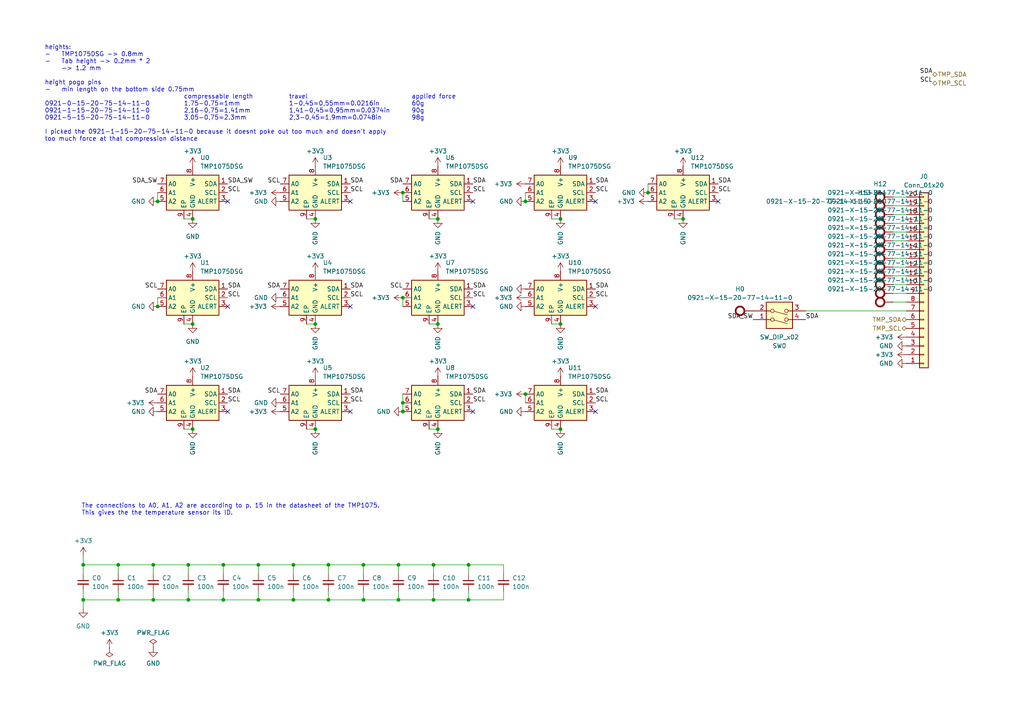
<source format=kicad_sch>
(kicad_sch (version 20231120) (generator "eeschema") (generator_version "8.0")
  (paper "A4")
  (lib_symbols
    (symbol "Connector_Generic:Conn_01x20" (pin_names (offset 1.016) hide)
      (property "Reference" "J" (at 0 25.4 0))
      (property "Value" "Conn_01x20" (at 0 -27.94 0))
      (symbol "Conn_01x20_1_1"
        (rectangle (start -1.27 -25.273) (end 0 -25.527) (stroke (width 0.1524)))
        (rectangle (start -1.27 -22.733) (end 0 -22.987) (stroke (width 0.1524)))
        (rectangle (start -1.27 -20.193) (end 0 -20.447) (stroke (width 0.1524)))
        (rectangle (start -1.27 -17.653) (end 0 -17.907) (stroke (width 0.1524)))
        (rectangle (start -1.27 -15.113) (end 0 -15.367) (stroke (width 0.1524)))
        (rectangle (start -1.27 -12.573) (end 0 -12.827) (stroke (width 0.1524)))
        (rectangle (start -1.27 -10.033) (end 0 -10.287) (stroke (width 0.1524)))
        (rectangle (start -1.27 -7.493) (end 0 -7.747) (stroke (width 0.1524)))
        (rectangle (start -1.27 -4.953) (end 0 -5.207) (stroke (width 0.1524)))
        (rectangle (start -1.27 -2.413) (end 0 -2.667) (stroke (width 0.1524)))
        (rectangle (start -1.27 0.127) (end 0 -0.127) (stroke (width 0.1524)))
        (rectangle (start -1.27 2.667) (end 0 2.413) (stroke (width 0.1524)))
        (rectangle (start -1.27 5.207) (end 0 4.953) (stroke (width 0.1524)))
        (rectangle (start -1.27 7.747) (end 0 7.493) (stroke (width 0.1524)))
        (rectangle (start -1.27 10.287) (end 0 10.033) (stroke (width 0.1524)))
        (rectangle (start -1.27 12.827) (end 0 12.573) (stroke (width 0.1524)))
        (rectangle (start -1.27 15.367) (end 0 15.113) (stroke (width 0.1524)))
        (rectangle (start -1.27 17.907) (end 0 17.653) (stroke (width 0.1524)))
        (rectangle (start -1.27 20.447) (end 0 20.193) (stroke (width 0.1524)))
        (rectangle (start -1.27 22.987) (end 0 22.733) (stroke (width 0.1524)))
        (rectangle (start -1.27 24.13) (end 1.27 -26.67) (stroke (width 0.254)) (fill (type background)))
        (pin passive line (at -5.08 22.86 0) (length 3.81) (name "Pin_1") (number "1"))
        (pin passive line (at -5.08 0 0) (length 3.81) (name "Pin_10") (number "10"))
        (pin passive line (at -5.08 -2.54 0) (length 3.81) (name "Pin_11") (number "11"))
        (pin passive line (at -5.08 -5.08 0) (length 3.81) (name "Pin_12") (number "12"))
        (pin passive line (at -5.08 -7.62 0) (length 3.81) (name "Pin_13") (number "13"))
        (pin passive line (at -5.08 -10.16 0) (length 3.81) (name "Pin_14") (number "14"))
        (pin passive line (at -5.08 -12.7 0) (length 3.81) (name "Pin_15") (number "15"))
        (pin passive line (at -5.08 -15.24 0) (length 3.81) (name "Pin_16") (number "16"))
        (pin passive line (at -5.08 -17.78 0) (length 3.81) (name "Pin_17") (number "17"))
        (pin passive line (at -5.08 -20.32 0) (length 3.81) (name "Pin_18") (number "18"))
        (pin passive line (at -5.08 -22.86 0) (length 3.81) (name "Pin_19") (number "19"))
        (pin passive line (at -5.08 20.32 0) (length 3.81) (name "Pin_2") (number "2"))
        (pin passive line (at -5.08 -25.4 0) (length 3.81) (name "Pin_20") (number "20"))
        (pin passive line (at -5.08 17.78 0) (length 3.81) (name "Pin_3") (number "3"))
        (pin passive line (at -5.08 15.24 0) (length 3.81) (name "Pin_4") (number "4"))
        (pin passive line (at -5.08 12.7 0) (length 3.81) (name "Pin_5") (number "5"))
        (pin passive line (at -5.08 10.16 0) (length 3.81) (name "Pin_6") (number "6"))
        (pin passive line (at -5.08 7.62 0) (length 3.81) (name "Pin_7") (number "7"))
        (pin passive line (at -5.08 5.08 0) (length 3.81) (name "Pin_8") (number "8"))
        (pin passive line (at -5.08 2.54 0) (length 3.81) (name "Pin_9") (number "9"))
      )
    )
    (symbol "Device:C_Small" (pin_numbers hide) (pin_names (offset 0.254) hide)
      (property "Reference" "C" (at 0.254 1.778 0))
      (property "Value" "C_Small" (at 0.254 -2.032 0))
      (symbol "C_Small_0_1"
        (polyline (pts (xy -1.524 -0.508) (xy 1.524 -0.508)) (stroke (width 0.3302)))
        (polyline (pts (xy -1.524 0.508) (xy 1.524 0.508)) (stroke (width 0.3048)))
      )
      (symbol "C_Small_1_1"
        (pin passive line (at 0 2.54 270) (length 2.032) (name "~") (number "1"))
        (pin passive line (at 0 -2.54 90) (length 2.032) (name "~") (number "2"))
      )
    )
    (symbol "MV_Abnehmerplatine:0921-X-XX-20-7X-14-11-0" (pin_numbers hide) (pin_names (offset 1.016) hide) (exclude_from_sim yes) (in_bom no)
      (property "Reference" "H" (at 0 6.35 0))
      (property "Value" "0921-X-15-20-77-14-11-0" (at 0 4.445 0))
      (symbol "0921-X-XX-20-7X-14-11-0_1_1"
        (circle (center 0 1.27) (radius 1.27) (stroke (width 0.5)))
        (pin input line (at 0 -2.54 90) (length 2.54) (name "1") (number "1"))
      )
    )
    (symbol "Sensor_Temperature:TMP1075DSG"
      (property "Reference" "U" (at -6.35 6.35 0))
      (property "Value" "TMP1075DSG" (at 6.35 6.35 0))
      (symbol "TMP1075DSG_0_1"
        (rectangle (start -7.62 5.08) (end 7.62 -5.08) (stroke (width 0.254)) (fill (type background)))
      )
      (symbol "TMP1075DSG_1_1"
        (pin bidirectional line (at 10.16 2.54 180) (length 2.54) (name "SDA") (number "1"))
        (pin input line (at 10.16 0 180) (length 2.54) (name "SCL") (number "2"))
        (pin open_collector line (at 10.16 -2.54 180) (length 2.54) (name "ALERT") (number "3"))
        (pin power_in line (at 0 -7.62 90) (length 2.54) (name "GND") (number "4"))
        (pin input line (at -10.16 -2.54 0) (length 2.54) (name "A2") (number "5"))
        (pin input line (at -10.16 0 0) (length 2.54) (name "A1") (number "6"))
        (pin input line (at -10.16 2.54 0) (length 2.54) (name "A0") (number "7"))
        (pin power_in line (at 0 7.62 270) (length 2.54) (name "V+") (number "8"))
        (pin passive line (at -2.54 -7.62 90) (length 2.54) (name "EP") (number "9"))
      )
    )
    (symbol "Switch:SW_DIP_x02" (pin_names (offset 0) hide)
      (property "Reference" "SW" (at 0 6.35 0))
      (property "Value" "SW_DIP_x02" (at 0 -3.81 0))
      (symbol "SW_DIP_x02_0_0"
        (circle (center -2.032 0) (radius 0.508))
        (circle (center -2.032 2.54) (radius 0.508))
        (polyline (pts (xy -1.524 0.127) (xy 2.3622 1.1684)))
        (polyline (pts (xy -1.524 2.667) (xy 2.3622 3.7084)))
        (circle (center 2.032 0) (radius 0.508))
        (circle (center 2.032 2.54) (radius 0.508))
      )
      (symbol "SW_DIP_x02_0_1"
        (rectangle (start -3.81 5.08) (end 3.81 -2.54) (stroke (width 0.254)) (fill (type background)))
      )
      (symbol "SW_DIP_x02_1_1"
        (pin passive line (at -7.62 2.54 0) (length 5.08) (name "~") (number "1"))
        (pin passive line (at -7.62 0 0) (length 5.08) (name "~") (number "2"))
        (pin passive line (at 7.62 0 180) (length 5.08) (name "~") (number "3"))
        (pin passive line (at 7.62 2.54 180) (length 5.08) (name "~") (number "4"))
      )
    )
    (symbol "power:+3V3" (power) (pin_numbers hide) (pin_names (offset 0) hide)
      (property "Value" "+3V3" (at 0 3.556 0))
      (symbol "+3V3_0_1"
        (polyline (pts (xy -0.762 1.27) (xy 0 2.54)))
        (polyline (pts (xy 0 0) (xy 0 2.54)))
        (polyline (pts (xy 0 2.54) (xy 0.762 1.27)))
      )
      (symbol "+3V3_1_1"
        (pin power_in line (at 0 0 90) (length 0) (name "~") (number "1"))
      )
    )
    (symbol "power:GND" (power) (pin_numbers hide) (pin_names (offset 0) hide)
      (property "Value" "GND" (at 0 -3.81 0))
      (symbol "GND_0_1"
        (polyline (pts (xy 0 0) (xy 0 -1.27) (xy 1.27 -1.27) (xy 0 -2.54) (xy -1.27 -1.27) (xy 0 -1.27)))
      )
      (symbol "GND_1_1"
        (pin power_in line (at 0 0 270) (length 0) (name "~") (number "1"))
      )
    )
    (symbol "power:PWR_FLAG" (power) (pin_numbers hide) (pin_names (offset 0) hide)
      (property "Value" "PWR_FLAG" (at 0 3.81 0))
      (symbol "PWR_FLAG_0_0"
        (pin power_out line (at 0 0 90) (length 0) (name "~") (number "1"))
      )
      (symbol "PWR_FLAG_0_1"
        (polyline (pts (xy 0 0) (xy 0 1.27) (xy -1.016 1.905) (xy 0 2.54) (xy 1.016 1.905) (xy 0 1.27)))
      )
    )
  )
  (junction (at 152.4 58.42))
  (junction (at 55.88 93.98))
  (junction (at 55.88 124.46))
  (junction (at 162.56 63.5))
  (junction (at 24.13 163.83))
  (junction (at 64.77 163.83))
  (junction (at 45.72 58.42))
  (junction (at 95.25 173.99))
  (junction (at 44.45 163.83))
  (junction (at 44.45 173.99))
  (junction (at 105.41 173.99))
  (junction (at 115.57 173.99))
  (junction (at 91.44 63.5))
  (junction (at 91.44 93.98))
  (junction (at 91.44 124.46))
  (junction (at 125.73 163.83))
  (junction (at 74.93 173.99))
  (junction (at 162.56 93.98))
  (junction (at 85.09 173.99))
  (junction (at 74.93 163.83))
  (junction (at 105.41 163.83))
  (junction (at 116.84 55.88))
  (junction (at 54.61 163.83))
  (junction (at 116.84 116.84))
  (junction (at 116.84 86.36))
  (junction (at 64.77 173.99))
  (junction (at 34.29 163.83))
  (junction (at 45.72 88.9))
  (junction (at 187.96 55.88))
  (junction (at 54.61 173.99))
  (junction (at 34.29 173.99))
  (junction (at 135.89 163.83))
  (junction (at 24.13 173.99))
  (junction (at 116.84 119.38))
  (junction (at 152.4 114.3))
  (junction (at 85.09 163.83))
  (junction (at 127 63.5))
  (junction (at 162.56 124.46))
  (junction (at 127 93.98))
  (junction (at 135.89 173.99))
  (junction (at 95.25 163.83))
  (junction (at 125.73 173.99))
  (junction (at 127 124.46))
  (junction (at 115.57 163.83))
  (junction (at 198.12 63.5))
  (junction (at 55.88 63.5))
  (no_connect (at 208.28 58.42))
  (no_connect (at 101.6 119.38))
  (no_connect (at 172.72 119.38))
  (no_connect (at 172.72 58.42))
  (no_connect (at 66.04 58.42))
  (no_connect (at 172.72 88.9))
  (no_connect (at 66.04 88.9))
  (no_connect (at 137.16 88.9))
  (no_connect (at 137.16 119.38))
  (no_connect (at 101.6 88.9))
  (no_connect (at 137.16 58.42))
  (no_connect (at 101.6 58.42))
  (no_connect (at 66.04 119.38))
  (wire (pts (xy 259.08 77.47) (xy 262.89 77.47)))
  (wire (pts (xy 146.05 171.45) (xy 146.05 173.99)))
  (wire (pts (xy 54.61 173.99) (xy 44.45 173.99)))
  (wire (pts (xy 88.9 93.98) (xy 91.44 93.98)))
  (wire (pts (xy 233.68 90.17) (xy 262.89 90.17)))
  (wire (pts (xy 34.29 166.37) (xy 34.29 163.83)))
  (wire (pts (xy 64.77 173.99) (xy 54.61 173.99)))
  (wire (pts (xy 74.93 173.99) (xy 64.77 173.99)))
  (wire (pts (xy 105.41 173.99) (xy 95.25 173.99)))
  (wire (pts (xy 95.25 173.99) (xy 85.09 173.99)))
  (wire (pts (xy 259.08 80.01) (xy 262.89 80.01)))
  (wire (pts (xy 24.13 161.29) (xy 24.13 163.83)))
  (wire (pts (xy 105.41 171.45) (xy 105.41 173.99)))
  (wire (pts (xy 115.57 171.45) (xy 115.57 173.99)))
  (wire (pts (xy 125.73 163.83) (xy 125.73 166.37)))
  (wire (pts (xy 146.05 163.83) (xy 146.05 166.37)))
  (wire (pts (xy 259.08 57.15) (xy 262.89 57.15)))
  (wire (pts (xy 259.08 62.23) (xy 262.89 62.23)))
  (wire (pts (xy 53.34 63.5) (xy 55.88 63.5)))
  (wire (pts (xy 34.29 173.99) (xy 24.13 173.99)))
  (wire (pts (xy 34.29 163.83) (xy 44.45 163.83)))
  (wire (pts (xy 259.08 72.39) (xy 262.89 72.39)))
  (wire (pts (xy 125.73 173.99) (xy 115.57 173.99)))
  (wire (pts (xy 74.93 163.83) (xy 74.93 166.37)))
  (wire (pts (xy 195.58 63.5) (xy 198.12 63.5)))
  (wire (pts (xy 54.61 171.45) (xy 54.61 173.99)))
  (wire (pts (xy 44.45 163.83) (xy 44.45 166.37)))
  (wire (pts (xy 85.09 171.45) (xy 85.09 173.99)))
  (wire (pts (xy 152.4 114.3) (xy 152.4 116.84)))
  (wire (pts (xy 53.34 93.98) (xy 55.88 93.98)))
  (wire (pts (xy 95.25 171.45) (xy 95.25 173.99)))
  (wire (pts (xy 124.46 93.98) (xy 127 93.98)))
  (wire (pts (xy 116.84 114.3) (xy 116.84 116.84)))
  (wire (pts (xy 85.09 173.99) (xy 74.93 173.99)))
  (wire (pts (xy 85.09 163.83) (xy 95.25 163.83)))
  (wire (pts (xy 64.77 163.83) (xy 74.93 163.83)))
  (wire (pts (xy 74.93 163.83) (xy 85.09 163.83)))
  (wire (pts (xy 259.08 85.09) (xy 262.89 85.09)))
  (wire (pts (xy 115.57 163.83) (xy 115.57 166.37)))
  (wire (pts (xy 45.72 86.36) (xy 45.72 88.9)))
  (wire (pts (xy 135.89 173.99) (xy 125.73 173.99)))
  (wire (pts (xy 105.41 163.83) (xy 115.57 163.83)))
  (wire (pts (xy 135.89 171.45) (xy 135.89 173.99)))
  (wire (pts (xy 24.13 163.83) (xy 34.29 163.83)))
  (wire (pts (xy 64.77 171.45) (xy 64.77 173.99)))
  (wire (pts (xy 259.08 87.63) (xy 262.89 87.63)))
  (wire (pts (xy 135.89 163.83) (xy 135.89 166.37)))
  (wire (pts (xy 54.61 163.83) (xy 64.77 163.83)))
  (wire (pts (xy 95.25 163.83) (xy 105.41 163.83)))
  (wire (pts (xy 187.96 53.34) (xy 187.96 55.88)))
  (wire (pts (xy 85.09 163.83) (xy 85.09 166.37)))
  (wire (pts (xy 160.02 124.46) (xy 162.56 124.46)))
  (wire (pts (xy 45.72 55.88) (xy 45.72 58.42)))
  (wire (pts (xy 34.29 171.45) (xy 34.29 173.99)))
  (wire (pts (xy 259.08 69.85) (xy 262.89 69.85)))
  (wire (pts (xy 259.08 67.31) (xy 262.89 67.31)))
  (wire (pts (xy 116.84 55.88) (xy 116.84 58.42)))
  (wire (pts (xy 44.45 173.99) (xy 34.29 173.99)))
  (wire (pts (xy 259.08 82.55) (xy 262.89 82.55)))
  (wire (pts (xy 54.61 163.83) (xy 54.61 166.37)))
  (wire (pts (xy 152.4 55.88) (xy 152.4 58.42)))
  (wire (pts (xy 44.45 171.45) (xy 44.45 173.99)))
  (wire (pts (xy 115.57 163.83) (xy 125.73 163.83)))
  (wire (pts (xy 74.93 171.45) (xy 74.93 173.99)))
  (wire (pts (xy 124.46 124.46) (xy 127 124.46)))
  (wire (pts (xy 135.89 163.83) (xy 146.05 163.83)))
  (wire (pts (xy 160.02 93.98) (xy 162.56 93.98)))
  (wire (pts (xy 259.08 74.93) (xy 262.89 74.93)))
  (wire (pts (xy 115.57 173.99) (xy 105.41 173.99)))
  (wire (pts (xy 259.08 64.77) (xy 262.89 64.77)))
  (wire (pts (xy 125.73 171.45) (xy 125.73 173.99)))
  (wire (pts (xy 116.84 86.36) (xy 116.84 88.9)))
  (wire (pts (xy 259.08 59.69) (xy 262.89 59.69)))
  (wire (pts (xy 124.46 63.5) (xy 127 63.5)))
  (wire (pts (xy 24.13 171.45) (xy 24.13 173.99)))
  (wire (pts (xy 24.13 163.83) (xy 24.13 166.37)))
  (wire (pts (xy 64.77 163.83) (xy 64.77 166.37)))
  (wire (pts (xy 88.9 63.5) (xy 91.44 63.5)))
  (wire (pts (xy 95.25 166.37) (xy 95.25 163.83)))
  (wire (pts (xy 146.05 173.99) (xy 135.89 173.99)))
  (wire (pts (xy 88.9 124.46) (xy 91.44 124.46)))
  (wire (pts (xy 160.02 63.5) (xy 162.56 63.5)))
  (wire (pts (xy 105.41 163.83) (xy 105.41 166.37)))
  (wire (pts (xy 53.34 124.46) (xy 55.88 124.46)))
  (wire (pts (xy 44.45 163.83) (xy 54.61 163.83)))
  (wire (pts (xy 24.13 173.99) (xy 24.13 176.53)))
  (wire (pts (xy 116.84 116.84) (xy 116.84 119.38)))
  (wire (pts (xy 125.73 163.83) (xy 135.89 163.83)))
  (text "heights:\n-	TMP1075DSG -> 0.8mm\n-	Tab height -> 0.2mm * 2\n	-> 1.2 mm\n\nheight pogo pins\n-	min length on the bottom side 0.75mm\n								compressable length		travel						applied force\n0921-0-15-20-75-14-11-0		1,75-0,75=1mm		 	1-0,45=0,55mm=0.0216in		60g\n0921-1-15-20-75-14-11-0		2,16-0,75=1,41mm		1,41-0,45=0,95mm=0.0374in	90g	\n0921-5-15-20-75-14-11-0		3,05-0,75=2.3mm			2,3-0,45=1,9mm=0.0748in		98g\n\nI picked the 0921-1-15-20-75-14-11-0 because it doesnt poke out too much and doesn't apply\ntoo much force at that compression distance" (at 12.954 13.081 0) (effects (font (size 1.27 1.27)) (justify left top)))
  (text "The connections to A0, A1, A2 are according to p. 15 in the datasheet of the TMP1075. \nThis gives the the temperature sensor its ID. " (at 23.622 147.828 0) (effects (font (size 1.27 1.27)) (justify left)))
  (label "SDA" (at 208.28 53.34 0))
  (label "SDA_SW" (at 45.72 53.34 180))
  (label "SCL" (at 137.16 116.84 0))
  (label "SDA" (at 172.72 53.34 0))
  (label "SDA_SW" (at 66.04 53.34 0))
  (label "SCL" (at 101.6 55.88 0))
  (label "SDA" (at 81.28 83.82 180))
  (label "SDA" (at 45.72 114.3 180))
  (label "SCL" (at 66.04 55.88 0))
  (label "SCL" (at 270.51 24.13 180))
  (label "SDA" (at 66.04 83.82 0))
  (label "SDA" (at 137.16 53.34 0))
  (label "SCL" (at 137.16 55.88 0))
  (label "SCL" (at 172.72 55.88 0))
  (label "SDA" (at 172.72 114.3 0))
  (label "SCL" (at 81.28 114.3 180))
  (label "SCL" (at 101.6 116.84 0))
  (label "SDA" (at 172.72 83.82 0))
  (label "SDA" (at 116.84 53.34 180))
  (label "SCL" (at 66.04 116.84 0))
  (label "SDA" (at 101.6 114.3 0))
  (label "SCL" (at 66.04 86.36 0))
  (label "SDA" (at 137.16 83.82 0))
  (label "SCL" (at 208.28 55.88 0))
  (label "SDA" (at 137.16 114.3 0))
  (label "SCL" (at 137.16 86.36 0))
  (label "SDA" (at 101.6 53.34 0))
  (label "SDA" (at 270.51 21.59 180))
  (label "SCL" (at 172.72 86.36 0))
  (label "SDA_SW" (at 218.44 92.71 180))
  (label "SDA" (at 101.6 83.82 0))
  (label "SDA" (at 66.04 114.3 0))
  (label "SCL" (at 172.72 116.84 0))
  (label "SDA" (at 233.68 92.71 0))
  (label "SCL" (at 116.84 83.82 180))
  (label "SCL" (at 45.72 83.82 180))
  (label "SCL" (at 81.28 53.34 180))
  (label "SCL" (at 101.6 86.36 0))
  (hierarchical_label "TMP_SCL" (shape bidirectional) (at 270.51 24.13 0))
  (hierarchical_label "TMP_SDA" (shape bidirectional) (at 270.51 21.59 0))
  (hierarchical_label "TMP_SDA" (shape bidirectional) (at 262.89 92.71 180))
  (hierarchical_label "TMP_SCL" (shape bidirectional) (at 262.89 95.25 180))
  (symbol (lib_id "power:GND") (at 24.13 176.53 0) (unit 1)
    (property "Reference" "#PWR01" (effects (hide yes)))
    (property "Value" "GND" (at 24.13 181.61 0))
    (property "Description" "Power symbol creates a global label with name \"GND\" , ground" (effects (hide yes)))
  )
  (symbol (lib_id "power:+3V3") (at 31.75 187.96 0) (mirror y) (unit 1)
    (property "Reference" "#PWR02" (effects (hide yes)))
    (property "Value" "+3V3" (at 31.75 183.515 0))
    (property "Description" "Power symbol creates a global label with name \"+3V3\"" (effects (hide yes)))
  )
  (symbol (lib_id "power:+3V3") (at 91.44 48.26 0) (unit 1)
    (property "Reference" "#PWR020" (effects (hide yes)))
    (property "Value" "+3V3" (at 91.44 43.815 0))
    (property "Description" "Power symbol creates a global label with name \"+3V3\"" (effects (hide yes)))
  )
  (symbol (lib_id "power:+3V3") (at 152.4 53.34 90) (mirror x) (unit 1)
    (property "Reference" "#PWR035" (effects (hide yes)))
    (property "Value" "+3V3" (at 148.59 53.3401 90) (effects (justify left)))
    (property "Description" "Power symbol creates a global label with name \"+3V3\"" (effects (hide yes)))
  )
  (symbol (lib_id "power:+3V3") (at 262.89 97.79 90) (mirror x) (unit 1)
    (property "Reference" "#PWR052" (effects (hide yes)))
    (property "Value" "+3V3" (at 259.08 97.7899 90) (effects (justify left)))
    (property "Description" "Power symbol creates a global label with name \"+3V3\"" (effects (hide yes)))
  )
  (symbol (lib_id "MV_Abnehmerplatine:0921-X-XX-20-7X-14-11-0") (at 256.54 57.15 90) (mirror x) (unit 1) (exclude_from_sim yes) (in_bom no)
    (property "Reference" "H13" (at 252.73 55.8799 90) (effects (justify left)))
    (property "Value" "0921-X-15-20-77-14-11-0" (at 252.73 58.4199 90) (effects (justify left)))
    (property "Footprint" "MV_Abnehmerplatine:0921-1-15-20-75-14-11-0" (effects (hide yes)))
    (property "Datasheet" "https://www.mill-max.com/products/datasheet/pinsrecs/0921-1-15-20-75-14-11-0" (effects (hide yes)))
    (property "Description" "Mounting Hole for Pogo-pins" (effects (hide yes)))
  )
  (symbol (lib_id "Sensor_Temperature:TMP1075DSG") (at 55.88 116.84 0) (unit 1)
    (property "Reference" "U2" (at 58.0741 106.68 0) (effects (justify left)))
    (property "Value" "TMP1075DSG" (at 58.0741 109.22 0) (effects (justify left)))
    (property "Footprint" "Package_SON:WSON-8-1EP_2x2mm_P0.5mm_EP0.9x1.6mm_ThermalVias" (effects (hide yes)))
    (property "Datasheet" "https://www.ti.com/lit/gpn/tmp1075" (effects (hide yes)))
    (property "Description" "I2C-bus digital temperature sensor and thermal watchdog, WSON-8" (effects (hide yes)))
  )
  (symbol (lib_id "power:GND") (at 55.88 124.46 0) (unit 1)
    (property "Reference" "#PWR013" (effects (hide yes)))
    (property "Value" "GND" (at 55.88 132.08 90) (effects (justify left)))
    (property "Description" "Power symbol creates a global label with name \"GND\" , ground" (effects (hide yes)))
  )
  (symbol (lib_id "Sensor_Temperature:TMP1075DSG") (at 162.56 86.36 0) (unit 1)
    (property "Reference" "U10" (at 164.7541 76.2 0) (effects (justify left)))
    (property "Value" "TMP1075DSG" (at 164.7541 78.74 0) (effects (justify left)))
    (property "Footprint" "Package_SON:WSON-8-1EP_2x2mm_P0.5mm_EP0.9x1.6mm_ThermalVias" (effects (hide yes)))
    (property "Datasheet" "https://www.ti.com/lit/gpn/tmp1075" (effects (hide yes)))
    (property "Description" "I2C-bus digital temperature sensor and thermal watchdog, WSON-8" (effects (hide yes)))
  )
  (symbol (lib_id "power:GND") (at 81.28 86.36 270) (mirror x) (unit 1)
    (property "Reference" "#PWR016" (effects (hide yes)))
    (property "Value" "GND" (at 73.66 86.36 90) (effects (justify left)))
    (property "Description" "Power symbol creates a global label with name \"GND\" , ground" (effects (hide yes)))
  )
  (symbol (lib_id "Sensor_Temperature:TMP1075DSG") (at 198.12 55.88 0) (unit 1)
    (property "Reference" "U12" (at 200.3141 45.72 0) (effects (justify left)))
    (property "Value" "TMP1075DSG" (at 200.3141 48.26 0) (effects (justify left)))
    (property "Footprint" "Package_SON:WSON-8-1EP_2x2mm_P0.5mm_EP0.9x1.6mm_ThermalVias" (effects (hide yes)))
    (property "Datasheet" "https://www.ti.com/lit/gpn/tmp1075" (effects (hide yes)))
    (property "Description" "I2C-bus digital temperature sensor and thermal watchdog, WSON-8" (effects (hide yes)))
  )
  (symbol (lib_id "Sensor_Temperature:TMP1075DSG") (at 127 116.84 0) (unit 1)
    (property "Reference" "U8" (at 129.1941 106.68 0) (effects (justify left)))
    (property "Value" "TMP1075DSG" (at 129.1941 109.22 0) (effects (justify left)))
    (property "Footprint" "Package_SON:WSON-8-1EP_2x2mm_P0.5mm_EP0.9x1.6mm_ThermalVias" (effects (hide yes)))
    (property "Datasheet" "https://www.ti.com/lit/gpn/tmp1075" (effects (hide yes)))
    (property "Description" "I2C-bus digital temperature sensor and thermal watchdog, WSON-8" (effects (hide yes)))
  )
  (symbol (lib_id "Device:C_Small") (at 54.61 168.91 0) (unit 1)
    (property "Reference" "C3" (at 57.15 167.6462 0) (effects (justify left)))
    (property "Value" "100n" (at 57.15 170.1862 0) (effects (justify left)))
    (property "Footprint" "Capacitor_SMD:C_0603_1608Metric" (effects (hide yes)))
    (property "Description" "Unpolarized capacitor, small symbol" (effects (hide yes)))
  )
  (symbol (lib_id "MV_Abnehmerplatine:0921-X-XX-20-7X-14-11-0") (at 256.54 67.31 90) (mirror x) (unit 1) (exclude_from_sim yes) (in_bom no)
    (property "Reference" "H9" (at 255.27 60.96 90))
    (property "Value" "0921-X-15-20-77-14-11-0" (at 255.27 63.5 90))
    (property "Footprint" "MV_Abnehmerplatine:0921-1-15-20-75-14-11-0" (effects (hide yes)))
    (property "Datasheet" "https://www.mill-max.com/products/datasheet/pinsrecs/0921-1-15-20-75-14-11-0" (effects (hide yes)))
    (property "Description" "Mounting Hole for Pogo-pins" (effects (hide yes)))
  )
  (symbol (lib_id "power:GND") (at 116.84 119.38 270) (unit 1)
    (property "Reference" "#PWR028" (effects (hide yes)))
    (property "Value" "GND" (at 109.22 119.38 90) (effects (justify left)))
    (property "Description" "Power symbol creates a global label with name \"GND\" , ground" (effects (hide yes)))
  )
  (symbol (lib_id "Switch:SW_DIP_x02") (at 226.06 90.17 0) (mirror x) (unit 1)
    (property "Reference" "SW0" (at 226.06 100.33 0))
    (property "Value" "SW_DIP_x02" (at 226.06 97.79 0))
    (property "Footprint" "Package_DIP:DIP-4_W7.62mm_SMDSocket_SmallPads" (effects (hide yes)))
    (property "Datasheet" "https://www.mouser.de/datasheet/2/307/en-a6s-1224092.pdf" (effects (hide yes)))
    (property "Description" "2x DIP Switch, Single Pole Single Throw (SPST) switch, small symbol" (effects (hide yes)))
  )
  (symbol (lib_id "Sensor_Temperature:TMP1075DSG") (at 127 55.88 0) (unit 1)
    (property "Reference" "U6" (at 129.1941 45.72 0) (effects (justify left)))
    (property "Value" "TMP1075DSG" (at 129.1941 48.26 0) (effects (justify left)))
    (property "Footprint" "Package_SON:WSON-8-1EP_2x2mm_P0.5mm_EP0.9x1.6mm_ThermalVias" (effects (hide yes)))
    (property "Datasheet" "https://www.ti.com/lit/gpn/tmp1075" (effects (hide yes)))
    (property "Description" "I2C-bus digital temperature sensor and thermal watchdog, WSON-8" (effects (hide yes)))
  )
  (symbol (lib_id "power:+3V3") (at 152.4 114.3 90) (mirror x) (unit 1)
    (property "Reference" "#PWR040" (effects (hide yes)))
    (property "Value" "+3V3" (at 148.59 114.3001 90) (effects (justify left)))
    (property "Description" "Power symbol creates a global label with name \"+3V3\"" (effects (hide yes)))
  )
  (symbol (lib_id "power:GND") (at 44.45 187.96 0) (mirror y) (unit 1)
    (property "Reference" "#PWR03" (effects (hide yes)))
    (property "Value" "GND" (at 44.45 192.405 0))
    (property "Description" "Power symbol creates a global label with name \"GND\" , ground" (effects (hide yes)))
  )
  (symbol (lib_id "Device:C_Small") (at 95.25 168.91 0) (unit 1)
    (property "Reference" "C7" (at 97.79 167.6462 0) (effects (justify left)))
    (property "Value" "100n" (at 97.79 170.1862 0) (effects (justify left)))
    (property "Footprint" "Capacitor_SMD:C_0603_1608Metric" (effects (hide yes)))
    (property "Description" "Unpolarized capacitor, small symbol" (effects (hide yes)))
  )
  (symbol (lib_id "power:+3V3") (at 81.28 119.38 90) (mirror x) (unit 1)
    (property "Reference" "#PWR019" (effects (hide yes)))
    (property "Value" "+3V3" (at 77.47 119.3801 90) (effects (justify left)))
    (property "Description" "Power symbol creates a global label with name \"+3V3\"" (effects (hide yes)))
  )
  (symbol (lib_id "Sensor_Temperature:TMP1075DSG") (at 91.44 55.88 0) (unit 1)
    (property "Reference" "U3" (at 93.6341 45.72 0) (effects (justify left)))
    (property "Value" "TMP1075DSG" (at 93.6341 48.26 0) (effects (justify left)))
    (property "Footprint" "Package_SON:WSON-8-1EP_2x2mm_P0.5mm_EP0.9x1.6mm_ThermalVias" (effects (hide yes)))
    (property "Datasheet" "https://www.ti.com/lit/gpn/tmp1075" (effects (hide yes)))
    (property "Description" "I2C-bus digital temperature sensor and thermal watchdog, WSON-8" (effects (hide yes)))
  )
  (symbol (lib_id "Sensor_Temperature:TMP1075DSG") (at 162.56 116.84 0) (unit 1)
    (property "Reference" "U11" (at 164.7541 106.68 0) (effects (justify left)))
    (property "Value" "TMP1075DSG" (at 164.7541 109.22 0) (effects (justify left)))
    (property "Footprint" "Package_SON:WSON-8-1EP_2x2mm_P0.5mm_EP0.9x1.6mm_ThermalVias" (effects (hide yes)))
    (property "Datasheet" "https://www.ti.com/lit/gpn/tmp1075" (effects (hide yes)))
    (property "Description" "I2C-bus digital temperature sensor and thermal watchdog, WSON-8" (effects (hide yes)))
  )
  (symbol (lib_id "Sensor_Temperature:TMP1075DSG") (at 55.88 55.88 0) (unit 1)
    (property "Reference" "U0" (at 58.0741 45.72 0) (effects (justify left)))
    (property "Value" "TMP1075DSG" (at 58.0741 48.26 0) (effects (justify left)))
    (property "Footprint" "Package_SON:WSON-8-1EP_2x2mm_P0.5mm_EP0.9x1.6mm_ThermalVias" (effects (hide yes)))
    (property "Datasheet" "https://www.ti.com/lit/gpn/tmp1075" (effects (hide yes)))
    (property "Description" "I2C-bus digital temperature sensor and thermal watchdog, WSON-8" (effects (hide yes)))
  )
  (symbol (lib_id "power:+3V3") (at 55.88 78.74 0) (unit 1)
    (property "Reference" "#PWR010" (effects (hide yes)))
    (property "Value" "+3V3" (at 55.88 74.295 0))
    (property "Description" "Power symbol creates a global label with name \"+3V3\"" (effects (hide yes)))
  )
  (symbol (lib_id "power:GND") (at 152.4 58.42 270) (unit 1)
    (property "Reference" "#PWR036" (effects (hide yes)))
    (property "Value" "GND" (at 144.78 58.42 90) (effects (justify left)))
    (property "Description" "Power symbol creates a global label with name \"GND\" , ground" (effects (hide yes)))
  )
  (symbol (lib_id "Device:C_Small") (at 24.13 168.91 0) (unit 1)
    (property "Reference" "C0" (at 26.67 167.6462 0) (effects (justify left)))
    (property "Value" "100n" (at 26.67 170.1862 0) (effects (justify left)))
    (property "Footprint" "Capacitor_SMD:C_0603_1608Metric" (effects (hide yes)))
    (property "Description" "Unpolarized capacitor, small symbol" (effects (hide yes)))
  )
  (symbol (lib_id "power:GND") (at 91.44 124.46 0) (unit 1)
    (property "Reference" "#PWR025" (effects (hide yes)))
    (property "Value" "GND" (at 91.44 132.08 90) (effects (justify left)))
    (property "Description" "Power symbol creates a global label with name \"GND\" , ground" (effects (hide yes)))
  )
  (symbol (lib_id "Device:C_Small") (at 125.73 168.91 0) (unit 1)
    (property "Reference" "C10" (at 128.27 167.6462 0) (effects (justify left)))
    (property "Value" "100n" (at 128.27 170.1862 0) (effects (justify left)))
    (property "Footprint" "Capacitor_SMD:C_0603_1608Metric" (effects (hide yes)))
    (property "Description" "Unpolarized capacitor, small symbol" (effects (hide yes)))
  )
  (symbol (lib_id "MV_Abnehmerplatine:0921-X-XX-20-7X-14-11-0") (at 256.54 77.47 90) (mirror x) (unit 1) (exclude_from_sim yes) (in_bom no)
    (property "Reference" "H5" (at 255.27 71.12 90))
    (property "Value" "0921-X-15-20-77-14-11-0" (at 255.27 73.66 90))
    (property "Footprint" "MV_Abnehmerplatine:0921-1-15-20-75-14-11-0" (effects (hide yes)))
    (property "Datasheet" "https://www.mill-max.com/products/datasheet/pinsrecs/0921-1-15-20-75-14-11-0" (effects (hide yes)))
    (property "Description" "Mounting Hole for Pogo-pins" (effects (hide yes)))
  )
  (symbol (lib_id "power:+3V3") (at 55.88 109.22 0) (unit 1)
    (property "Reference" "#PWR012" (effects (hide yes)))
    (property "Value" "+3V3" (at 55.88 104.775 0))
    (property "Description" "Power symbol creates a global label with name \"+3V3\"" (effects (hide yes)))
  )
  (symbol (lib_id "power:GND") (at 198.12 63.5 0) (unit 1)
    (property "Reference" "#PWR051" (effects (hide yes)))
    (property "Value" "GND" (at 198.12 71.12 90) (effects (justify left)))
    (property "Description" "Power symbol creates a global label with name \"GND\" , ground" (effects (hide yes)))
  )
  (symbol (lib_id "Device:C_Small") (at 74.93 168.91 0) (unit 1)
    (property "Reference" "C5" (at 77.47 167.6462 0) (effects (justify left)))
    (property "Value" "100n" (at 77.47 170.1862 0) (effects (justify left)))
    (property "Footprint" "Capacitor_SMD:C_0603_1608Metric" (effects (hide yes)))
    (property "Description" "Unpolarized capacitor, small symbol" (effects (hide yes)))
  )
  (symbol (lib_id "power:GND") (at 162.56 63.5 0) (unit 1)
    (property "Reference" "#PWR043" (effects (hide yes)))
    (property "Value" "GND" (at 162.56 71.12 90) (effects (justify left)))
    (property "Description" "Power symbol creates a global label with name \"GND\" , ground" (effects (hide yes)))
  )
  (symbol (lib_id "Sensor_Temperature:TMP1075DSG") (at 55.88 86.36 0) (unit 1)
    (property "Reference" "U1" (at 58.0741 76.2 0) (effects (justify left)))
    (property "Value" "TMP1075DSG" (at 58.0741 78.74 0) (effects (justify left)))
    (property "Footprint" "Package_SON:WSON-8-1EP_2x2mm_P0.5mm_EP0.9x1.6mm_ThermalVias" (effects (hide yes)))
    (property "Datasheet" "https://www.ti.com/lit/gpn/tmp1075" (effects (hide yes)))
    (property "Description" "I2C-bus digital temperature sensor and thermal watchdog, WSON-8" (effects (hide yes)))
  )
  (symbol (lib_id "power:GND") (at 262.89 100.33 270) (unit 1)
    (property "Reference" "#PWR053" (effects (hide yes)))
    (property "Value" "GND" (at 259.08 100.3299 90) (effects (justify right)))
    (property "Description" "Power symbol creates a global label with name \"GND\" , ground" (effects (hide yes)))
  )
  (symbol (lib_id "MV_Abnehmerplatine:0921-X-XX-20-7X-14-11-0") (at 215.9 90.17 90) (mirror x) (unit 1) (exclude_from_sim yes) (in_bom no)
    (property "Reference" "H0" (at 214.63 83.82 90))
    (property "Value" "0921-X-15-20-77-14-11-0" (at 214.63 86.36 90))
    (property "Footprint" "MV_Abnehmerplatine:0921-1-15-20-75-14-11-0" (effects (hide yes)))
    (property "Datasheet" "https://www.mill-max.com/products/datasheet/pinsrecs/0921-1-15-20-75-14-11-0" (effects (hide yes)))
    (property "Description" "Mounting Hole for Pogo-pins" (effects (hide yes)))
  )
  (symbol (lib_id "power:GND") (at 262.89 105.41 270) (unit 1)
    (property "Reference" "#PWR055" (effects (hide yes)))
    (property "Value" "GND" (at 259.08 105.4099 90) (effects (justify right)))
    (property "Description" "Power symbol creates a global label with name \"GND\" , ground" (effects (hide yes)))
  )
  (symbol (lib_id "Device:C_Small") (at 85.09 168.91 0) (unit 1)
    (property "Reference" "C6" (at 87.63 167.6462 0) (effects (justify left)))
    (property "Value" "100n" (at 87.63 170.1862 0) (effects (justify left)))
    (property "Footprint" "Capacitor_SMD:C_0603_1608Metric" (effects (hide yes)))
    (property "Description" "Unpolarized capacitor, small symbol" (effects (hide yes)))
  )
  (symbol (lib_id "power:GND") (at 162.56 93.98 0) (unit 1)
    (property "Reference" "#PWR045" (effects (hide yes)))
    (property "Value" "GND" (at 162.56 101.6 90) (effects (justify left)))
    (property "Description" "Power symbol creates a global label with name \"GND\" , ground" (effects (hide yes)))
  )
  (symbol (lib_id "power:PWR_FLAG") (at 31.75 187.96 180) (unit 1)
    (property "Reference" "#FLG00" (effects (hide yes)))
    (property "Value" "PWR_FLAG" (at 31.75 192.405 0))
    (property "Description" "Special symbol for telling ERC where power comes from" (effects (hide yes)))
  )
  (symbol (lib_id "Device:C_Small") (at 44.45 168.91 0) (unit 1)
    (property "Reference" "C2" (at 46.99 167.6462 0) (effects (justify left)))
    (property "Value" "100n" (at 46.99 170.1862 0) (effects (justify left)))
    (property "Footprint" "Capacitor_SMD:C_0603_1608Metric" (effects (hide yes)))
    (property "Description" "Unpolarized capacitor, small symbol" (effects (hide yes)))
  )
  (symbol (lib_id "MV_Abnehmerplatine:0921-X-XX-20-7X-14-11-0") (at 256.54 62.23 90) (mirror x) (unit 1) (exclude_from_sim yes) (in_bom no)
    (property "Reference" "H11" (at 255.27 55.88 90))
    (property "Value" "0921-X-15-20-77-14-11-0" (at 255.27 58.42 90))
    (property "Footprint" "MV_Abnehmerplatine:0921-1-15-20-75-14-11-0" (effects (hide yes)))
    (property "Datasheet" "https://www.mill-max.com/products/datasheet/pinsrecs/0921-1-15-20-75-14-11-0" (effects (hide yes)))
    (property "Description" "Mounting Hole for Pogo-pins" (effects (hide yes)))
  )
  (symbol (lib_id "power:GND") (at 81.28 58.42 270) (unit 1)
    (property "Reference" "#PWR015" (effects (hide yes)))
    (property "Value" "GND" (at 73.66 58.42 90) (effects (justify left)))
    (property "Description" "Power symbol creates a global label with name \"GND\" , ground" (effects (hide yes)))
  )
  (symbol (lib_id "MV_Abnehmerplatine:0921-X-XX-20-7X-14-11-0") (at 256.54 82.55 90) (mirror x) (unit 1) (exclude_from_sim yes) (in_bom no)
    (property "Reference" "H3" (at 255.27 76.2 90))
    (property "Value" "0921-X-15-20-77-14-11-0" (at 255.27 78.74 90))
    (property "Footprint" "MV_Abnehmerplatine:0921-1-15-20-75-14-11-0" (effects (hide yes)))
    (property "Datasheet" "https://www.mill-max.com/products/datasheet/pinsrecs/0921-1-15-20-75-14-11-0" (effects (hide yes)))
    (property "Description" "Mounting Hole for Pogo-pins" (effects (hide yes)))
  )
  (symbol (lib_id "MV_Abnehmerplatine:0921-X-XX-20-7X-14-11-0") (at 256.54 87.63 90) (mirror x) (unit 1) (exclude_from_sim yes) (in_bom no)
    (property "Reference" "H1" (at 255.27 81.28 90))
    (property "Value" "0921-X-15-20-77-14-11-0" (at 255.27 83.82 90))
    (property "Footprint" "MV_Abnehmerplatine:0921-1-15-20-75-14-11-0" (effects (hide yes)))
    (property "Datasheet" "https://www.mill-max.com/products/datasheet/pinsrecs/0921-1-15-20-75-14-11-0" (effects (hide yes)))
    (property "Description" "Mounting Hole for Pogo-pins" (effects (hide yes)))
  )
  (symbol (lib_id "Device:C_Small") (at 64.77 168.91 0) (unit 1)
    (property "Reference" "C4" (at 67.31 167.6462 0) (effects (justify left)))
    (property "Value" "100n" (at 67.31 170.1862 0) (effects (justify left)))
    (property "Footprint" "Capacitor_SMD:C_0603_1608Metric" (effects (hide yes)))
    (property "Description" "Unpolarized capacitor, small symbol" (effects (hide yes)))
  )
  (symbol (lib_id "power:GND") (at 45.72 119.38 270) (unit 1)
    (property "Reference" "#PWR07" (effects (hide yes)))
    (property "Value" "GND" (at 38.1 119.38 90) (effects (justify left)))
    (property "Description" "Power symbol creates a global label with name \"GND\" , ground" (effects (hide yes)))
  )
  (symbol (lib_id "power:+3V3") (at 198.12 48.26 0) (unit 1)
    (property "Reference" "#PWR050" (effects (hide yes)))
    (property "Value" "+3V3" (at 198.12 43.815 0))
    (property "Description" "Power symbol creates a global label with name \"+3V3\"" (effects (hide yes)))
  )
  (symbol (lib_id "Sensor_Temperature:TMP1075DSG") (at 91.44 86.36 0) (unit 1)
    (property "Reference" "U4" (at 93.6341 76.2 0) (effects (justify left)))
    (property "Value" "TMP1075DSG" (at 93.6341 78.74 0) (effects (justify left)))
    (property "Footprint" "Package_SON:WSON-8-1EP_2x2mm_P0.5mm_EP0.9x1.6mm_ThermalVias" (effects (hide yes)))
    (property "Datasheet" "https://www.ti.com/lit/gpn/tmp1075" (effects (hide yes)))
    (property "Description" "I2C-bus digital temperature sensor and thermal watchdog, WSON-8" (effects (hide yes)))
  )
  (symbol (lib_id "power:+3V3") (at 127 109.22 0) (unit 1)
    (property "Reference" "#PWR033" (effects (hide yes)))
    (property "Value" "+3V3" (at 127 104.775 0))
    (property "Description" "Power symbol creates a global label with name \"+3V3\"" (effects (hide yes)))
  )
  (symbol (lib_id "power:GND") (at 91.44 93.98 0) (unit 1)
    (property "Reference" "#PWR023" (effects (hide yes)))
    (property "Value" "GND" (at 91.44 101.6 90) (effects (justify left)))
    (property "Description" "Power symbol creates a global label with name \"GND\" , ground" (effects (hide yes)))
  )
  (symbol (lib_id "power:GND") (at 55.88 63.5 0) (unit 1)
    (property "Reference" "#PWR09" (effects (hide yes)))
    (property "Value" "GND" (at 55.88 68.58 0))
    (property "Description" "Power symbol creates a global label with name \"GND\" , ground" (effects (hide yes)))
  )
  (symbol (lib_id "Device:C_Small") (at 135.89 168.91 0) (unit 1)
    (property "Reference" "C11" (at 138.43 167.6462 0) (effects (justify left)))
    (property "Value" "100n" (at 138.43 170.1862 0) (effects (justify left)))
    (property "Footprint" "Capacitor_SMD:C_0603_1608Metric" (effects (hide yes)))
    (property "Description" "Unpolarized capacitor, small symbol" (effects (hide yes)))
  )
  (symbol (lib_id "MV_Abnehmerplatine:0921-X-XX-20-7X-14-11-0") (at 256.54 74.93 90) (mirror x) (unit 1) (exclude_from_sim yes) (in_bom no)
    (property "Reference" "H6" (at 255.27 68.58 90))
    (property "Value" "0921-X-15-20-77-14-11-0" (at 255.27 71.12 90))
    (property "Footprint" "MV_Abnehmerplatine:0921-1-15-20-75-14-11-0" (effects (hide yes)))
    (property "Datasheet" "https://www.mill-max.com/products/datasheet/pinsrecs/0921-1-15-20-75-14-11-0" (effects (hide yes)))
    (property "Description" "Mounting Hole for Pogo-pins" (effects (hide yes)))
  )
  (symbol (lib_id "MV_Abnehmerplatine:0921-X-XX-20-7X-14-11-0") (at 256.54 64.77 90) (mirror x) (unit 1) (exclude_from_sim yes) (in_bom no)
    (property "Reference" "H10" (at 255.27 58.42 90))
    (property "Value" "0921-X-15-20-77-14-11-0" (at 255.27 60.96 90))
    (property "Footprint" "MV_Abnehmerplatine:0921-1-15-20-75-14-11-0" (effects (hide yes)))
    (property "Datasheet" "https://www.mill-max.com/products/datasheet/pinsrecs/0921-1-15-20-75-14-11-0" (effects (hide yes)))
    (property "Description" "Mounting Hole for Pogo-pins" (effects (hide yes)))
  )
  (symbol (lib_id "Device:C_Small") (at 105.41 168.91 0) (unit 1)
    (property "Reference" "C8" (at 107.95 167.6462 0) (effects (justify left)))
    (property "Value" "100n" (at 107.95 170.1862 0) (effects (justify left)))
    (property "Footprint" "Capacitor_SMD:C_0603_1608Metric" (effects (hide yes)))
    (property "Description" "Unpolarized capacitor, small symbol" (effects (hide yes)))
  )
  (symbol (lib_id "power:+3V3") (at 81.28 55.88 90) (unit 1)
    (property "Reference" "#PWR014" (effects (hide yes)))
    (property "Value" "+3V3" (at 77.47 55.8799 90) (effects (justify left)))
    (property "Description" "Power symbol creates a global label with name \"+3V3\"" (effects (hide yes)))
  )
  (symbol (lib_id "Sensor_Temperature:TMP1075DSG") (at 127 86.36 0) (unit 1)
    (property "Reference" "U7" (at 129.1941 76.2 0) (effects (justify left)))
    (property "Value" "TMP1075DSG" (at 129.1941 78.74 0) (effects (justify left)))
    (property "Footprint" "Package_SON:WSON-8-1EP_2x2mm_P0.5mm_EP0.9x1.6mm_ThermalVias" (effects (hide yes)))
    (property "Datasheet" "https://www.ti.com/lit/gpn/tmp1075" (effects (hide yes)))
    (property "Description" "I2C-bus digital temperature sensor and thermal watchdog, WSON-8" (effects (hide yes)))
  )
  (symbol (lib_id "MV_Abnehmerplatine:0921-X-XX-20-7X-14-11-0") (at 256.54 80.01 90) (mirror x) (unit 1) (exclude_from_sim yes) (in_bom no)
    (property "Reference" "H4" (at 255.27 73.66 90))
    (property "Value" "0921-X-15-20-77-14-11-0" (at 255.27 76.2 90))
    (property "Footprint" "MV_Abnehmerplatine:0921-1-15-20-75-14-11-0" (effects (hide yes)))
    (property "Datasheet" "https://www.mill-max.com/products/datasheet/pinsrecs/0921-1-15-20-75-14-11-0" (effects (hide yes)))
    (property "Description" "Mounting Hole for Pogo-pins" (effects (hide yes)))
  )
  (symbol (lib_id "power:+3V3") (at 127 78.74 0) (unit 1)
    (property "Reference" "#PWR031" (effects (hide yes)))
    (property "Value" "+3V3" (at 127 74.295 0))
    (property "Description" "Power symbol creates a global label with name \"+3V3\"" (effects (hide yes)))
  )
  (symbol (lib_id "MV_Abnehmerplatine:0921-X-XX-20-7X-14-11-0") (at 256.54 72.39 90) (mirror x) (unit 1) (exclude_from_sim yes) (in_bom no)
    (property "Reference" "H7" (at 255.27 66.04 90))
    (property "Value" "0921-X-15-20-77-14-11-0" (at 255.27 68.58 90))
    (property "Footprint" "MV_Abnehmerplatine:0921-1-15-20-75-14-11-0" (effects (hide yes)))
    (property "Datasheet" "https://www.mill-max.com/products/datasheet/pinsrecs/0921-1-15-20-75-14-11-0" (effects (hide yes)))
    (property "Description" "Mounting Hole for Pogo-pins" (effects (hide yes)))
  )
  (symbol (lib_id "power:PWR_FLAG") (at 44.45 187.96 0) (unit 1)
    (property "Reference" "#FLG01" (effects (hide yes)))
    (property "Value" "PWR_FLAG" (at 44.45 183.515 0))
    (property "Description" "Special symbol for telling ERC where power comes from" (effects (hide yes)))
  )
  (symbol (lib_id "power:+3V3") (at 55.88 48.26 0) (unit 1)
    (property "Reference" "#PWR08" (effects (hide yes)))
    (property "Value" "+3V3" (at 55.88 43.815 0))
    (property "Description" "Power symbol creates a global label with name \"+3V3\"" (effects (hide yes)))
  )
  (symbol (lib_id "power:+3V3") (at 45.72 116.84 90) (unit 1)
    (property "Reference" "#PWR06" (effects (hide yes)))
    (property "Value" "+3V3" (at 41.91 116.8399 90) (effects (justify left)))
    (property "Description" "Power symbol creates a global label with name \"+3V3\"" (effects (hide yes)))
  )
  (symbol (lib_id "power:+3V3") (at 24.13 161.29 0) (unit 1)
    (property "Reference" "#PWR00" (effects (hide yes)))
    (property "Value" "+3V3" (at 24.13 156.845 0))
    (property "Description" "Power symbol creates a global label with name \"+3V3\"" (effects (hide yes)))
  )
  (symbol (lib_id "power:GND") (at 127 124.46 0) (unit 1)
    (property "Reference" "#PWR034" (effects (hide yes)))
    (property "Value" "GND" (at 127 132.08 90) (effects (justify left)))
    (property "Description" "Power symbol creates a global label with name \"GND\" , ground" (effects (hide yes)))
  )
  (symbol (lib_id "power:+3V3") (at 162.56 78.74 0) (unit 1)
    (property "Reference" "#PWR044" (effects (hide yes)))
    (property "Value" "+3V3" (at 162.56 74.295 0))
    (property "Description" "Power symbol creates a global label with name \"+3V3\"" (effects (hide yes)))
  )
  (symbol (lib_id "power:GND") (at 187.96 55.88 270) (mirror x) (unit 1)
    (property "Reference" "#PWR048" (effects (hide yes)))
    (property "Value" "GND" (at 180.34 55.88 90) (effects (justify left)))
    (property "Description" "Power symbol creates a global label with name \"GND\" , ground" (effects (hide yes)))
  )
  (symbol (lib_id "MV_Abnehmerplatine:0921-X-XX-20-7X-14-11-0") (at 256.54 59.69 90) (mirror x) (unit 1) (exclude_from_sim yes) (in_bom no)
    (property "Reference" "H12" (at 255.27 53.34 90))
    (property "Value" "0921-X-15-20-77-14-11-0" (at 255.27 55.88 90))
    (property "Footprint" "MV_Abnehmerplatine:0921-1-15-20-75-14-11-0" (effects (hide yes)))
    (property "Datasheet" "https://www.mill-max.com/products/datasheet/pinsrecs/0921-1-15-20-75-14-11-0" (effects (hide yes)))
    (property "Description" "Mounting Hole for Pogo-pins" (effects (hide yes)))
  )
  (symbol (lib_id "power:GND") (at 81.28 116.84 270) (mirror x) (unit 1)
    (property "Reference" "#PWR018" (effects (hide yes)))
    (property "Value" "GND" (at 73.66 116.84 90) (effects (justify left)))
    (property "Description" "Power symbol creates a global label with name \"GND\" , ground" (effects (hide yes)))
  )
  (symbol (lib_id "MV_Abnehmerplatine:0921-X-XX-20-7X-14-11-0") (at 256.54 85.09 90) (mirror x) (unit 1) (exclude_from_sim yes) (in_bom no)
    (property "Reference" "H2" (at 255.27 78.74 90))
    (property "Value" "0921-X-15-20-77-14-11-0" (at 255.27 81.28 90))
    (property "Footprint" "MV_Abnehmerplatine:0921-1-15-20-75-14-11-0" (effects (hide yes)))
    (property "Datasheet" "https://www.mill-max.com/products/datasheet/pinsrecs/0921-1-15-20-75-14-11-0" (effects (hide yes)))
    (property "Description" "Mounting Hole for Pogo-pins" (effects (hide yes)))
  )
  (symbol (lib_id "power:GND") (at 55.88 93.98 0) (unit 1)
    (property "Reference" "#PWR011" (effects (hide yes)))
    (property "Value" "GND" (at 55.88 99.06 0))
    (property "Description" "Power symbol creates a global label with name \"GND\" , ground" (effects (hide yes)))
  )
  (symbol (lib_id "Sensor_Temperature:TMP1075DSG") (at 162.56 55.88 0) (unit 1)
    (property "Reference" "U9" (at 164.7541 45.72 0) (effects (justify left)))
    (property "Value" "TMP1075DSG" (at 164.7541 48.26 0) (effects (justify left)))
    (property "Footprint" "Package_SON:WSON-8-1EP_2x2mm_P0.5mm_EP0.9x1.6mm_ThermalVias" (effects (hide yes)))
    (property "Datasheet" "https://www.ti.com/lit/gpn/tmp1075" (effects (hide yes)))
    (property "Description" "I2C-bus digital temperature sensor and thermal watchdog, WSON-8" (effects (hide yes)))
  )
  (symbol (lib_id "power:GND") (at 45.72 88.9 270) (unit 1)
    (property "Reference" "#PWR05" (effects (hide yes)))
    (property "Value" "GND" (at 38.1 88.9 90) (effects (justify left)))
    (property "Description" "Power symbol creates a global label with name \"GND\" , ground" (effects (hide yes)))
  )
  (symbol (lib_id "power:+3V3") (at 152.4 86.36 90) (mirror x) (unit 1)
    (property "Reference" "#PWR038" (effects (hide yes)))
    (property "Value" "+3V3" (at 148.59 86.3601 90) (effects (justify left)))
    (property "Description" "Power symbol creates a global label with name \"+3V3\"" (effects (hide yes)))
  )
  (symbol (lib_id "power:+3V3") (at 91.44 78.74 0) (unit 1)
    (property "Reference" "#PWR022" (effects (hide yes)))
    (property "Value" "+3V3" (at 91.44 74.295 0))
    (property "Description" "Power symbol creates a global label with name \"+3V3\"" (effects (hide yes)))
  )
  (symbol (lib_id "power:GND") (at 127 63.5 0) (unit 1)
    (property "Reference" "#PWR030" (effects (hide yes)))
    (property "Value" "GND" (at 127 71.12 90) (effects (justify left)))
    (property "Description" "Power symbol creates a global label with name \"GND\" , ground" (effects (hide yes)))
  )
  (symbol (lib_id "Device:C_Small") (at 34.29 168.91 0) (unit 1)
    (property "Reference" "C1" (at 36.83 167.6462 0) (effects (justify left)))
    (property "Value" "100n" (at 36.83 170.1862 0) (effects (justify left)))
    (property "Footprint" "Capacitor_SMD:C_0603_1608Metric" (effects (hide yes)))
    (property "Description" "Unpolarized capacitor, small symbol" (effects (hide yes)))
  )
  (symbol (lib_id "power:+3V3") (at 187.96 58.42 90) (unit 1)
    (property "Reference" "#PWR049" (effects (hide yes)))
    (property "Value" "+3V3" (at 184.15 58.4199 90) (effects (justify left)))
    (property "Description" "Power symbol creates a global label with name \"+3V3\"" (effects (hide yes)))
  )
  (symbol (lib_id "power:+3V3") (at 91.44 109.22 0) (unit 1)
    (property "Reference" "#PWR024" (effects (hide yes)))
    (property "Value" "+3V3" (at 91.44 104.775 0))
    (property "Description" "Power symbol creates a global label with name \"+3V3\"" (effects (hide yes)))
  )
  (symbol (lib_id "power:GND") (at 152.4 119.38 270) (unit 1)
    (property "Reference" "#PWR041" (effects (hide yes)))
    (property "Value" "GND" (at 144.78 119.38 90) (effects (justify left)))
    (property "Description" "Power symbol creates a global label with name \"GND\" , ground" (effects (hide yes)))
  )
  (symbol (lib_id "power:GND") (at 152.4 83.82 270) (unit 1)
    (property "Reference" "#PWR037" (effects (hide yes)))
    (property "Value" "GND" (at 144.78 83.82 90) (effects (justify left)))
    (property "Description" "Power symbol creates a global label with name \"GND\" , ground" (effects (hide yes)))
  )
  (symbol (lib_id "power:+3V3") (at 262.89 102.87 90) (mirror x) (unit 1)
    (property "Reference" "#PWR054" (effects (hide yes)))
    (property "Value" "+3V3" (at 259.08 102.8699 90) (effects (justify left)))
    (property "Description" "Power symbol creates a global label with name \"+3V3\"" (effects (hide yes)))
  )
  (symbol (lib_id "Device:C_Small") (at 115.57 168.91 0) (unit 1)
    (property "Reference" "C9" (at 118.11 167.6462 0) (effects (justify left)))
    (property "Value" "100n" (at 118.11 170.1862 0) (effects (justify left)))
    (property "Footprint" "Capacitor_SMD:C_0603_1608Metric" (effects (hide yes)))
    (property "Description" "Unpolarized capacitor, small symbol" (effects (hide yes)))
  )
  (symbol (lib_id "power:+3V3") (at 162.56 109.22 0) (unit 1)
    (property "Reference" "#PWR046" (effects (hide yes)))
    (property "Value" "+3V3" (at 162.56 104.775 0))
    (property "Description" "Power symbol creates a global label with name \"+3V3\"" (effects (hide yes)))
  )
  (symbol (lib_id "power:GND") (at 91.44 63.5 0) (unit 1)
    (property "Reference" "#PWR021" (effects (hide yes)))
    (property "Value" "GND" (at 91.44 71.12 90) (effects (justify left)))
    (property "Description" "Power symbol creates a global label with name \"GND\" , ground" (effects (hide yes)))
  )
  (symbol (lib_id "power:GND") (at 162.56 124.46 0) (unit 1)
    (property "Reference" "#PWR047" (effects (hide yes)))
    (property "Value" "GND" (at 162.56 132.08 90) (effects (justify left)))
    (property "Description" "Power symbol creates a global label with name \"GND\" , ground" (effects (hide yes)))
  )
  (symbol (lib_id "power:GND") (at 152.4 88.9 270) (unit 1)
    (property "Reference" "#PWR039" (effects (hide yes)))
    (property "Value" "GND" (at 144.78 88.9 90) (effects (justify left)))
    (property "Description" "Power symbol creates a global label with name \"GND\" , ground" (effects (hide yes)))
  )
  (symbol (lib_id "power:+3V3") (at 127 48.26 0) (unit 1)
    (property "Reference" "#PWR029" (effects (hide yes)))
    (property "Value" "+3V3" (at 127 43.815 0))
    (property "Description" "Power symbol creates a global label with name \"+3V3\"" (effects (hide yes)))
  )
  (symbol (lib_id "power:+3V3") (at 81.28 88.9 90) (mirror x) (unit 1)
    (property "Reference" "#PWR017" (effects (hide yes)))
    (property "Value" "+3V3" (at 77.47 88.9001 90) (effects (justify left)))
    (property "Description" "Power symbol creates a global label with name \"+3V3\"" (effects (hide yes)))
  )
  (symbol (lib_id "power:+3V3") (at 162.56 48.26 0) (unit 1)
    (property "Reference" "#PWR042" (effects (hide yes)))
    (property "Value" "+3V3" (at 162.56 43.815 0))
    (property "Description" "Power symbol creates a global label with name \"+3V3\"" (effects (hide yes)))
  )
  (symbol (lib_id "Device:C_Small") (at 146.05 168.91 0) (unit 1)
    (property "Reference" "C12" (at 148.59 167.6462 0) (effects (justify left)))
    (property "Value" "100n" (at 148.59 170.1862 0) (effects (justify left)))
    (property "Footprint" "Capacitor_SMD:C_0603_1608Metric" (effects (hide yes)))
    (property "Description" "Unpolarized capacitor, small symbol" (effects (hide yes)))
  )
  (symbol (lib_id "Sensor_Temperature:TMP1075DSG") (at 91.44 116.84 0) (unit 1)
    (property "Reference" "U5" (at 93.6341 106.68 0) (effects (justify left)))
    (property "Value" "TMP1075DSG" (at 93.6341 109.22 0) (effects (justify left)))
    (property "Footprint" "Package_SON:WSON-8-1EP_2x2mm_P0.5mm_EP0.9x1.6mm_ThermalVias" (effects (hide yes)))
    (property "Datasheet" "https://www.ti.com/lit/gpn/tmp1075" (effects (hide yes)))
    (property "Description" "I2C-bus digital temperature sensor and thermal watchdog, WSON-8" (effects (hide yes)))
  )
  (symbol (lib_id "power:GND") (at 127 93.98 0) (unit 1)
    (property "Reference" "#PWR032" (effects (hide yes)))
    (property "Value" "GND" (at 127 101.6 90) (effects (justify left)))
    (property "Description" "Power symbol creates a global label with name \"GND\" , ground" (effects (hide yes)))
  )
  (symbol (lib_id "power:GND") (at 45.72 58.42 270) (unit 1)
    (property "Reference" "#PWR04" (effects (hide yes)))
    (property "Value" "GND" (at 38.1 58.42 90) (effects (justify left)))
    (property "Description" "Power symbol creates a global label with name \"GND\" , ground" (effects (hide yes)))
  )
  (symbol (lib_id "MV_Abnehmerplatine:0921-X-XX-20-7X-14-11-0") (at 256.54 69.85 90) (mirror x) (unit 1) (exclude_from_sim yes) (in_bom no)
    (property "Reference" "H8" (at 255.27 63.5 90))
    (property "Value" "0921-X-15-20-77-14-11-0" (at 255.27 66.04 90))
    (property "Footprint" "MV_Abnehmerplatine:0921-1-15-20-75-14-11-0" (effects (hide yes)))
    (property "Datasheet" "https://www.mill-max.com/products/datasheet/pinsrecs/0921-1-15-20-75-14-11-0" (effects (hide yes)))
    (property "Description" "Mounting Hole for Pogo-pins" (effects (hide yes)))
  )
  (symbol (lib_id "power:+3V3") (at 116.84 86.36 90) (mirror x) (unit 1)
    (property "Reference" "#PWR027" (effects (hide yes)))
    (property "Value" "+3V3" (at 113.03 86.3601 90) (effects (justify left)))
    (property "Description" "Power symbol creates a global label with name \"+3V3\"" (effects (hide yes)))
  )
  (symbol (lib_id "power:+3V3") (at 116.84 55.88 90) (mirror x) (unit 1)
    (property "Reference" "#PWR026" (effects (hide yes)))
    (property "Value" "+3V3" (at 113.03 55.8801 90) (effects (justify left)))
    (property "Description" "Power symbol creates a global label with name \"+3V3\"" (effects (hide yes)))
  )
  (symbol (lib_id "Connector_Generic:Conn_01x20") (at 267.97 82.55 0) (mirror x) (unit 1)
    (property "Reference" "J0" (at 267.97 51.181 0))
    (property "Value" "Conn_01x20" (at 267.97 53.721 0))
    (property "Footprint" "MV_Abnehmerplatine:533092070" (effects (hide yes)))
    (property "Description" "Generic connector, single row, 01x20, script generated (kicad-library-utils/schlib/autogen/connector/)" (effects (hide yes)))
  )
)
</source>
